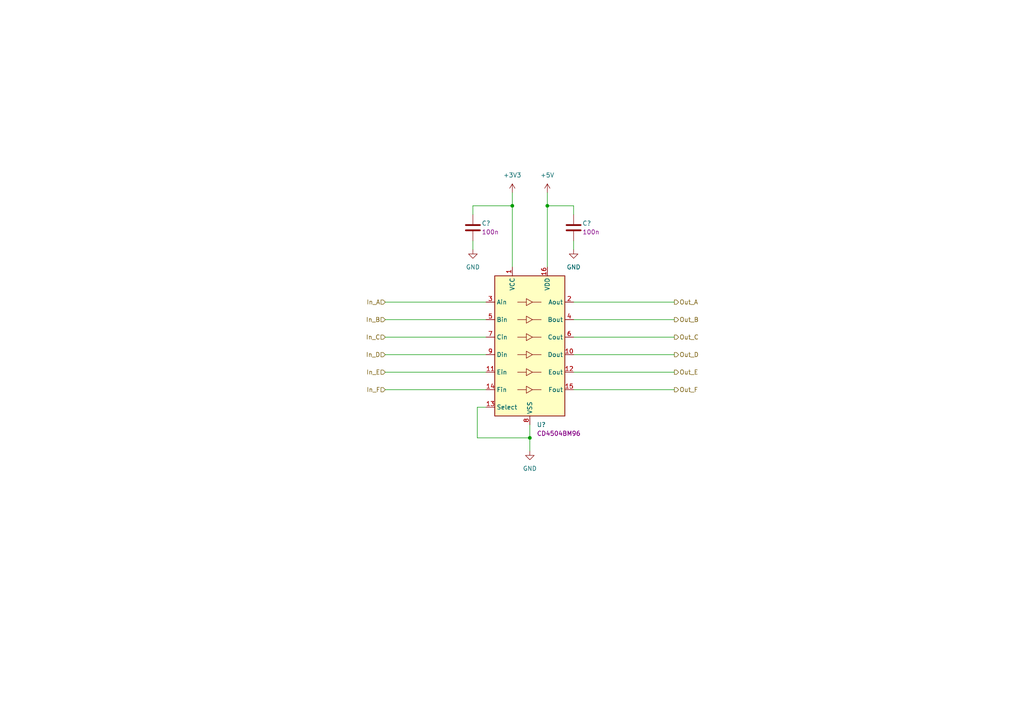
<source format=kicad_sch>
(kicad_sch (version 20211123) (generator eeschema)
  (paper "A4")
  (lib_symbols
    (symbol "KD_Capacitor:C_0603_100n_X7R_50V" (pin_numbers hide) (pin_names hide)
      (property "Reference" "C" (at 2.54 1.27 0))
      (property "Code" "100n" (at 2.54 -1.27 0))
      (symbol "C_0603_100n_X7R_50V_0_1"
        (polyline (pts (xy -2.032 -0.762) (xy 2.032 -0.762)) (stroke (width 0.508)))
        (polyline (pts (xy -2.032 0.762) (xy 2.032 0.762)) (stroke (width 0.508)))
      )
      (symbol "C_0603_100n_X7R_50V_1_1"
        (pin passive line (at 0 3.81 270) (length 2.794) (name "~") (number "1"))
        (pin passive line (at 0 -3.81 90) (length 2.794) (name "~") (number "2"))
      )
    )
    (symbol "KD_IC_Buffer_Driver_Interface:Level_shifter_6ch_CD4504BM96"
      (property "Reference" "U" (at 7.62 24.13 0))
      (property "Code" "CD4504BM96" (at 7.62 21.59 0))
      (symbol "Level_shifter_6ch_CD4504BM96_0_1"
        (polyline (pts (xy -3.556 -12.7) (xy -1.016 -12.7)))
        (polyline (pts (xy -3.556 -7.62) (xy -1.016 -7.62)))
        (polyline (pts (xy -3.556 -2.54) (xy -1.016 -2.54)))
        (polyline (pts (xy -3.556 2.54) (xy -1.016 2.54)))
        (polyline (pts (xy -3.556 7.62) (xy -1.016 7.62)))
        (polyline (pts (xy -3.556 12.7) (xy -1.016 12.7)))
        (polyline (pts (xy 0.762 -12.7) (xy 3.302 -12.7)))
        (polyline (pts (xy 0.762 -7.62) (xy 3.302 -7.62)))
        (polyline (pts (xy 0.762 -2.54) (xy 3.302 -2.54)))
        (polyline (pts (xy 0.762 2.54) (xy 3.302 2.54)))
        (polyline (pts (xy 0.762 7.62) (xy 3.302 7.62)))
        (polyline (pts (xy 0.762 12.7) (xy 3.302 12.7)))
      )
      (symbol "Level_shifter_6ch_CD4504BM96_1_1"
        (rectangle (start -10.16 20.32) (end 10.16 -20.32) (stroke (width 0.254)) (fill (type background)))
        (polyline (pts (xy 0.762 -12.7) (xy -1.016 -13.716) (xy -1.016 -11.684) (xy 0.762 -12.7)))
        (polyline (pts (xy 0.762 -7.62) (xy -1.016 -8.636) (xy -1.016 -6.604) (xy 0.762 -7.62)))
        (polyline (pts (xy 0.762 -2.54) (xy -1.016 -3.556) (xy -1.016 -1.524) (xy 0.762 -2.54)))
        (polyline (pts (xy 0.762 2.54) (xy -1.016 1.524) (xy -1.016 3.556) (xy 0.762 2.54)))
        (polyline (pts (xy 0.762 7.62) (xy -1.016 6.604) (xy -1.016 8.636) (xy 0.762 7.62)))
        (polyline (pts (xy 0.762 12.7) (xy -1.016 11.684) (xy -1.016 13.716) (xy 0.762 12.7)))
        (pin power_in line (at -5.08 22.86 270) (length 2.54) (name "VCC") (number "1"))
        (pin output line (at 12.7 -2.54 180) (length 2.54) (name "Dout") (number "10"))
        (pin input line (at -12.7 -7.62 0) (length 2.54) (name "Ein") (number "11"))
        (pin output line (at 12.7 -7.62 180) (length 2.54) (name "Eout") (number "12"))
        (pin input line (at -12.7 -17.78 0) (length 2.54) (name "Select") (number "13"))
        (pin input line (at -12.7 -12.7 0) (length 2.54) (name "Fin") (number "14"))
        (pin output line (at 12.7 -12.7 180) (length 2.54) (name "Fout") (number "15"))
        (pin power_in line (at 5.08 22.86 270) (length 2.54) (name "VDD") (number "16"))
        (pin output line (at 12.7 12.7 180) (length 2.54) (name "Aout") (number "2"))
        (pin input line (at -12.7 12.7 0) (length 2.54) (name "Ain") (number "3"))
        (pin output line (at 12.7 7.62 180) (length 2.54) (name "Bout") (number "4"))
        (pin input line (at -12.7 7.62 0) (length 2.54) (name "Bin") (number "5"))
        (pin output line (at 12.7 2.54 180) (length 2.54) (name "Cout") (number "6"))
        (pin input line (at -12.7 2.54 0) (length 2.54) (name "Cin") (number "7"))
        (pin power_in line (at 0 -22.86 90) (length 2.54) (name "VSS") (number "8"))
        (pin input line (at -12.7 -2.54 0) (length 2.54) (name "Din") (number "9"))
      )
    )
    (symbol "power:+3V3" (power) (pin_names (offset 0))
      (property "Value" "+3V3" (at 0 3.556 0))
      (symbol "+3V3_0_1"
        (polyline (pts (xy -0.762 1.27) (xy 0 2.54)))
        (polyline (pts (xy 0 0) (xy 0 2.54)))
        (polyline (pts (xy 0 2.54) (xy 0.762 1.27)))
      )
      (symbol "+3V3_1_1"
        (pin power_in line (at 0 0 90) (length 0) hide (name "+3V3") (number "1"))
      )
    )
    (symbol "power:+5V" (power) (pin_names (offset 0))
      (property "Value" "+5V" (at 0 3.556 0))
      (symbol "+5V_0_1"
        (polyline (pts (xy -0.762 1.27) (xy 0 2.54)))
        (polyline (pts (xy 0 0) (xy 0 2.54)))
        (polyline (pts (xy 0 2.54) (xy 0.762 1.27)))
      )
      (symbol "+5V_1_1"
        (pin power_in line (at 0 0 90) (length 0) hide (name "+5V") (number "1"))
      )
    )
    (symbol "power:GND" (power) (pin_names (offset 0))
      (property "Value" "GND" (at 0 -3.81 0))
      (symbol "GND_0_1"
        (polyline (pts (xy 0 0) (xy 0 -1.27) (xy 1.27 -1.27) (xy 0 -2.54) (xy -1.27 -1.27) (xy 0 -1.27)))
      )
      (symbol "GND_1_1"
        (pin power_in line (at 0 0 270) (length 0) hide (name "GND") (number "1"))
      )
    )
  )
  (junction (at 153.67 127))
  (junction (at 158.75 59.69))
  (junction (at 148.59 59.69))
  (wire (pts (xy 111.76 107.95) (xy 140.97 107.95)))
  (wire (pts (xy 111.76 97.79) (xy 140.97 97.79)))
  (wire (pts (xy 195.58 107.95) (xy 166.37 107.95)))
  (wire (pts (xy 158.75 55.88) (xy 158.75 59.69)))
  (wire (pts (xy 138.43 127) (xy 153.67 127)))
  (wire (pts (xy 137.16 72.39) (xy 137.16 69.85)))
  (wire (pts (xy 195.58 92.71) (xy 166.37 92.71)))
  (wire (pts (xy 137.16 59.69) (xy 148.59 59.69)))
  (wire (pts (xy 166.37 72.39) (xy 166.37 69.85)))
  (wire (pts (xy 153.67 123.19) (xy 153.67 127)))
  (wire (pts (xy 195.58 102.87) (xy 166.37 102.87)))
  (wire (pts (xy 111.76 87.63) (xy 140.97 87.63)))
  (wire (pts (xy 138.43 118.11) (xy 138.43 127)))
  (wire (pts (xy 148.59 55.88) (xy 148.59 59.69)))
  (wire (pts (xy 195.58 113.03) (xy 166.37 113.03)))
  (wire (pts (xy 195.58 87.63) (xy 166.37 87.63)))
  (wire (pts (xy 166.37 62.23) (xy 166.37 59.69)))
  (wire (pts (xy 111.76 92.71) (xy 140.97 92.71)))
  (wire (pts (xy 158.75 59.69) (xy 166.37 59.69)))
  (wire (pts (xy 148.59 59.69) (xy 148.59 77.47)))
  (wire (pts (xy 137.16 62.23) (xy 137.16 59.69)))
  (wire (pts (xy 111.76 102.87) (xy 140.97 102.87)))
  (wire (pts (xy 158.75 59.69) (xy 158.75 77.47)))
  (wire (pts (xy 195.58 97.79) (xy 166.37 97.79)))
  (wire (pts (xy 140.97 118.11) (xy 138.43 118.11)))
  (wire (pts (xy 153.67 127) (xy 153.67 130.81)))
  (wire (pts (xy 111.76 113.03) (xy 140.97 113.03)))
  (hierarchical_label "In_E" (shape input) (at 111.76 107.95 180))
  (hierarchical_label "In_B" (shape input) (at 111.76 92.71 180))
  (hierarchical_label "Out_D" (shape output) (at 195.58 102.87 0))
  (hierarchical_label "In_C" (shape input) (at 111.76 97.79 180))
  (hierarchical_label "Out_C" (shape output) (at 195.58 97.79 0))
  (hierarchical_label "Out_F" (shape output) (at 195.58 113.03 0))
  (hierarchical_label "Out_B" (shape output) (at 195.58 92.71 0))
  (hierarchical_label "In_F" (shape input) (at 111.76 113.03 180))
  (hierarchical_label "In_D" (shape input) (at 111.76 102.87 180))
  (hierarchical_label "Out_A" (shape output) (at 195.58 87.63 0))
  (hierarchical_label "Out_E" (shape output) (at 195.58 107.95 0))
  (hierarchical_label "In_A" (shape input) (at 111.76 87.63 180))
  (symbol (lib_id "power:GND") (at 153.67 130.81 0) (unit 1)
    (property "Reference" "#PWR?" (effects hide))
    (property "Value" "GND" (at 153.67 135.89 0))
  )
  (symbol (lib_id "KD_Capacitor:C_0603_100n_X7R_50V") (at 137.16 66.04 0) (unit 1)
    (property "Reference" "C?" (at 139.7 64.77 0) (effects (justify left)))
    (property "Value" "C_0603_100n_X7R_50V" (effects hide))
    (property "Footprint" "KD_Capacitor:C_0603_1608Metric" (effects hide))
    (property "Datasheet" "http://www.samsungsem.com/kr/support/product-search/mlcc/CL10B104KB8NNWC.jsp" (effects hide))
    (property "Code" "100n" (at 139.7 67.31 0) (effects (justify left)))
    (property "Manufacturer" "Samsung" (effects hide))
    (property "MFG_PartNo" "CL10B104KB8NNWC" (effects hide))
    (property "Supplier" "Digi-Key" (effects hide))
    (property "Supplier_PartNo" "1276-1935-1-ND" (effects hide))
    (property "DNP" "F" (effects hide))
    (property "Price" "0.01" (effects hide))
  )
  (symbol (lib_id "power:GND") (at 166.37 72.39 0) (unit 1)
    (property "Reference" "#PWR?" (effects hide))
    (property "Value" "GND" (at 166.37 77.47 0))
  )
  (symbol (lib_id "KD_IC_Buffer_Driver_Interface:Level_shifter_6ch_CD4504BM96") (at 153.67 100.33 0) (unit 1)
    (property "Reference" "U?" (at 155.6894 123.19 0) (effects (justify left)))
    (property "Value" "Level_shifter_6ch_CD4504BM96" (effects hide))
    (property "Footprint" "KD_Package_SO:SOIC127P600X200-16N" (effects hide))
    (property "Datasheet" "https://www.ti.com/general/docs/suppproductinfo.tsp?distId=10&gotoUrl=https%3A%2F%2Fwww.ti.com%2Flit%2Fgpn%2Fcd4504b" (effects hide))
    (property "Code" "CD4504BM96" (at 155.6894 125.73 0) (effects (justify left)))
    (property "Manufacturer" "Texas Instruments" (effects hide))
    (property "MFG_PartNo" "CD4504BM96" (effects hide))
    (property "Supplier" "Digi-Key" (effects hide))
    (property "Supplier_PartNo" "296-14150-1-ND" (effects hide))
    (property "DNP" "F" (effects hide))
    (property "Price" "0.6" (effects hide))
  )
  (symbol (lib_id "power:+3V3") (at 148.59 55.88 0) (unit 1)
    (property "Reference" "#PWR?" (effects hide))
    (property "Value" "+3V3" (at 148.59 50.8 0))
  )
  (symbol (lib_id "power:GND") (at 137.16 72.39 0) (unit 1)
    (property "Reference" "#PWR?" (effects hide))
    (property "Value" "GND" (at 137.16 77.47 0))
  )
  (symbol (lib_id "power:+5V") (at 158.75 55.88 0) (unit 1)
    (property "Reference" "#PWR?" (effects hide))
    (property "Value" "+5V" (at 158.75 50.8 0))
  )
  (symbol (lib_id "KD_Capacitor:C_0603_100n_X7R_50V") (at 166.37 66.04 0) (unit 1)
    (property "Reference" "C?" (at 168.91 64.77 0) (effects (justify left)))
    (property "Value" "C_0603_100n_X7R_50V" (effects hide))
    (property "Footprint" "KD_Capacitor:C_0603_1608Metric" (effects hide))
    (property "Datasheet" "http://www.samsungsem.com/kr/support/product-search/mlcc/CL10B104KB8NNWC.jsp" (effects hide))
    (property "Code" "100n" (at 168.91 67.31 0) (effects (justify left)))
    (property "Manufacturer" "Samsung" (effects hide))
    (property "MFG_PartNo" "CL10B104KB8NNWC" (effects hide))
    (property "Supplier" "Digi-Key" (effects hide))
    (property "Supplier_PartNo" "1276-1935-1-ND" (effects hide))
    (property "DNP" "F" (effects hide))
    (property "Price" "0.01" (effects hide))
  )
)
</source>
